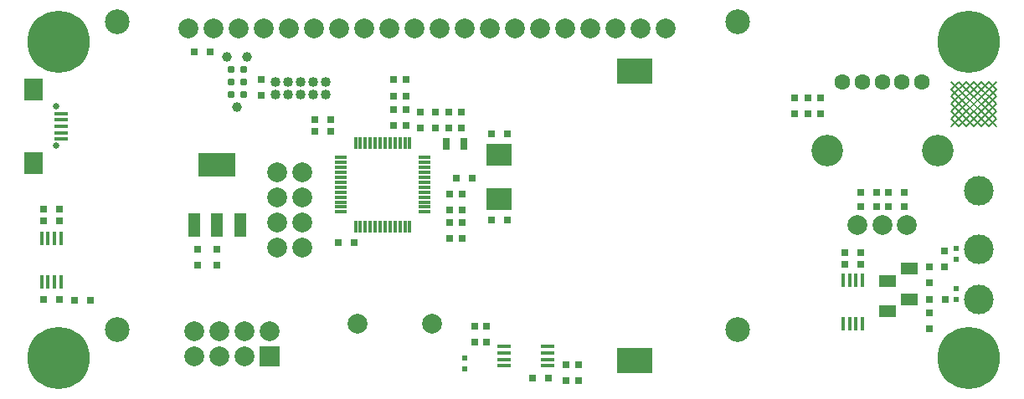
<source format=gbs>
G04 #@! TF.FileFunction,Soldermask,Bot*
%FSLAX46Y46*%
G04 Gerber Fmt 4.6, Leading zero omitted, Abs format (unit mm)*
G04 Created by KiCad (PCBNEW 0.201508100901+6080~28~ubuntu14.04.1-product) date Wed 07 Oct 2015 01:26:35 BST*
%MOMM*%
G01*
G04 APERTURE LIST*
%ADD10C,0.100000*%
%ADD11C,0.200000*%
%ADD12R,3.600000X2.600000*%
%ADD13R,0.800000X0.800000*%
%ADD14R,1.700000X1.200000*%
%ADD15R,1.400000X0.400000*%
%ADD16C,0.650000*%
%ADD17R,1.900000X2.300000*%
%ADD18R,0.500000X0.600000*%
%ADD19R,1.200000X0.300000*%
%ADD20R,0.300000X1.200000*%
%ADD21R,0.400000X1.400000*%
%ADD22C,1.016000*%
%ADD23C,2.000000*%
%ADD24C,1.600000*%
%ADD25C,3.200000*%
%ADD26R,2.500000X2.300000*%
%ADD27C,6.300000*%
%ADD28C,0.600000*%
%ADD29C,3.000000*%
%ADD30R,2.000000X2.000000*%
%ADD31C,2.500000*%
%ADD32R,1.300000X2.400000*%
%ADD33R,3.800000X2.400000*%
%ADD34R,0.800000X1.300000*%
%ADD35C,0.787000*%
%ADD36C,1.000000*%
G04 APERTURE END LIST*
D10*
D11*
X148000000Y-108000000D02*
X148750000Y-108750000D01*
X147250000Y-108000000D02*
X148750000Y-109500000D01*
X146500000Y-108000000D02*
X148750000Y-110250000D01*
X145750000Y-108000000D02*
X148750000Y-111000000D01*
X145000000Y-108000000D02*
X148750000Y-111750000D01*
X144250000Y-111750000D02*
X145000000Y-112500000D01*
X144250000Y-111000000D02*
X145750000Y-112500000D01*
X144250000Y-110250000D02*
X146500000Y-112500000D01*
X144250000Y-109500000D02*
X147250000Y-112500000D01*
X144250000Y-108750000D02*
X148000000Y-112500000D01*
X144250000Y-108000000D02*
X148750000Y-112500000D01*
X148750000Y-111750000D02*
X148000000Y-112500000D01*
X147250000Y-112500000D02*
X148750000Y-111000000D01*
X148750000Y-110250000D02*
X146500000Y-112500000D01*
X145750000Y-112500000D02*
X148750000Y-109500000D01*
X148750000Y-108750000D02*
X145000000Y-112500000D01*
X144250000Y-108750000D02*
X145000000Y-108000000D01*
X144250000Y-109500000D02*
X145750000Y-108000000D01*
X144250000Y-110250000D02*
X146500000Y-108000000D01*
X144250000Y-111000000D02*
X147250000Y-108000000D01*
X144250000Y-111750000D02*
X148000000Y-108000000D01*
X144250000Y-112500000D02*
X148750000Y-108000000D01*
D12*
X112200000Y-136250000D03*
X112200000Y-106950000D03*
D13*
X135050000Y-120650000D03*
X136650000Y-120650000D03*
X81500000Y-111800000D03*
X79900000Y-111800000D03*
X92100000Y-111100000D03*
X90500000Y-111100000D03*
X94750000Y-121000000D03*
X94750000Y-119400000D03*
X92100000Y-112700000D03*
X90500000Y-112700000D03*
X81500000Y-113000000D03*
X79900000Y-113000000D03*
X93500000Y-121000000D03*
X93500000Y-119400000D03*
X137850000Y-120650000D03*
X139450000Y-120650000D03*
X74450000Y-107800000D03*
X74450000Y-109400000D03*
X97750000Y-113250000D03*
X99350000Y-113250000D03*
X97750000Y-122000000D03*
X99350000Y-122000000D03*
X93400000Y-111100000D03*
X93400000Y-112700000D03*
X94700000Y-111100000D03*
X94700000Y-112700000D03*
X135100000Y-126500000D03*
X133500000Y-126500000D03*
X135100000Y-125300000D03*
X133500000Y-125300000D03*
D14*
X140000000Y-130000000D03*
X140000000Y-126900000D03*
D13*
X142000000Y-126750000D03*
X142000000Y-128350000D03*
X93500000Y-122250000D03*
X93500000Y-123850000D03*
X69250000Y-105000000D03*
X67650000Y-105000000D03*
D14*
X137750000Y-131250000D03*
X137750000Y-128150000D03*
D13*
X52425000Y-130075000D03*
X54025000Y-130075000D03*
X57200000Y-130100000D03*
X55600000Y-130100000D03*
X52425000Y-122075000D03*
X54025000Y-122075000D03*
X52425000Y-120875000D03*
X54025000Y-120875000D03*
D15*
X54200000Y-113800000D03*
X54200000Y-113150000D03*
X54200000Y-112500000D03*
X54200000Y-111850000D03*
X54200000Y-111200000D03*
D16*
X53700000Y-114500000D03*
X53700000Y-110500000D03*
D17*
X51450000Y-116250000D03*
X51450000Y-108750000D03*
D18*
X144750000Y-126000000D03*
X144750000Y-124900000D03*
X144750000Y-130000000D03*
X144750000Y-128900000D03*
D19*
X90975000Y-115675000D03*
X90975000Y-116175000D03*
X90975000Y-116675000D03*
X90975000Y-117175000D03*
X90975000Y-117675000D03*
X90975000Y-118175000D03*
X90975000Y-118675000D03*
X90975000Y-119175000D03*
X90975000Y-119675000D03*
X90975000Y-120175000D03*
X90975000Y-120675000D03*
X90975000Y-121175000D03*
D20*
X89475000Y-122675000D03*
X88975000Y-122675000D03*
X88475000Y-122675000D03*
X87975000Y-122675000D03*
X87475000Y-122675000D03*
X86975000Y-122675000D03*
X86475000Y-122675000D03*
X85975000Y-122675000D03*
X85475000Y-122675000D03*
X84975000Y-122675000D03*
X84475000Y-122675000D03*
X83975000Y-122675000D03*
D19*
X82475000Y-121175000D03*
X82475000Y-120675000D03*
X82475000Y-120175000D03*
X82475000Y-119675000D03*
X82475000Y-119175000D03*
X82475000Y-118675000D03*
X82475000Y-118175000D03*
X82475000Y-117675000D03*
X82475000Y-117175000D03*
X82475000Y-116675000D03*
X82475000Y-116175000D03*
X82475000Y-115675000D03*
D20*
X83975000Y-114175000D03*
X84475000Y-114175000D03*
X84975000Y-114175000D03*
X85475000Y-114175000D03*
X85975000Y-114175000D03*
X86475000Y-114175000D03*
X86975000Y-114175000D03*
X87475000Y-114175000D03*
X87975000Y-114175000D03*
X88475000Y-114175000D03*
X88975000Y-114175000D03*
X89475000Y-114175000D03*
D21*
X135250000Y-132500000D03*
X134600000Y-132500000D03*
X133950000Y-132500000D03*
X133300000Y-132500000D03*
X133300000Y-128100000D03*
X133950000Y-128100000D03*
X134600000Y-128100000D03*
X135250000Y-128100000D03*
X52225000Y-123875000D03*
X52875000Y-123875000D03*
X53525000Y-123875000D03*
X54175000Y-123875000D03*
X54175000Y-128275000D03*
X53525000Y-128275000D03*
X52875000Y-128275000D03*
X52225000Y-128275000D03*
D22*
X81000000Y-109270000D03*
X81000000Y-108000000D03*
X79730000Y-109270000D03*
X79730000Y-108000000D03*
X78460000Y-109270000D03*
X78460000Y-108000000D03*
X77190000Y-109270000D03*
X77190000Y-108000000D03*
X75920000Y-109270000D03*
X75920000Y-108000000D03*
D13*
X136650000Y-119200000D03*
X135050000Y-119200000D03*
X137850000Y-119200000D03*
X139450000Y-119200000D03*
X95750000Y-117750000D03*
X94150000Y-117750000D03*
X143500000Y-126750000D03*
X143500000Y-125150000D03*
X94750000Y-122250000D03*
X94750000Y-123850000D03*
X142000000Y-130000000D03*
X143600000Y-130000000D03*
X142000000Y-133000000D03*
X142000000Y-131400000D03*
D23*
X91750000Y-132500000D03*
X84150000Y-132500000D03*
D24*
X137250000Y-108000000D03*
X139250000Y-108000000D03*
X141250000Y-108000000D03*
X133250000Y-108000000D03*
X135250000Y-108000000D03*
D23*
X137250000Y-122500000D03*
X139750000Y-122500000D03*
X134750000Y-122500000D03*
D25*
X131650000Y-115000000D03*
X142850000Y-115000000D03*
D26*
X98475000Y-119875000D03*
X98475000Y-115375000D03*
D27*
X54000000Y-104000000D03*
D28*
X54000000Y-101500000D03*
X56500000Y-104000000D03*
X54000000Y-106500000D03*
X51500000Y-104000000D03*
X52200000Y-102200000D03*
X55800000Y-102200000D03*
X52200000Y-105800000D03*
X55800000Y-105800000D03*
D27*
X146000000Y-136000000D03*
D28*
X146000000Y-133500000D03*
X148500000Y-136000000D03*
X146000000Y-138500000D03*
X143500000Y-136000000D03*
X144200000Y-134200000D03*
X147800000Y-134200000D03*
X144200000Y-137800000D03*
X147800000Y-137800000D03*
D27*
X54000000Y-136000000D03*
D28*
X54000000Y-133500000D03*
X56500000Y-136000000D03*
X54000000Y-138500000D03*
X51500000Y-136000000D03*
X52200000Y-134200000D03*
X55800000Y-134200000D03*
X52200000Y-137800000D03*
X55800000Y-137800000D03*
D27*
X146000000Y-104000000D03*
D28*
X146000000Y-101500000D03*
X148500000Y-104000000D03*
X146000000Y-106500000D03*
X143500000Y-104000000D03*
X144200000Y-102200000D03*
X147800000Y-102200000D03*
X144200000Y-105800000D03*
X147800000Y-105800000D03*
D29*
X147000000Y-130000000D03*
X147000000Y-124920000D03*
D13*
X82250000Y-124250000D03*
X83850000Y-124250000D03*
D23*
X67690000Y-135770000D03*
X67690000Y-133230000D03*
X70230000Y-135770000D03*
X70230000Y-133230000D03*
X72770000Y-135770000D03*
X72770000Y-133230000D03*
D30*
X75310000Y-135770000D03*
D23*
X75310000Y-133230000D03*
D13*
X96000000Y-132750000D03*
X96000000Y-134350000D03*
X97250000Y-132750000D03*
X97250000Y-134350000D03*
X105250000Y-138250000D03*
X105250000Y-136650000D03*
X106500000Y-138250000D03*
X106500000Y-136650000D03*
D15*
X99000000Y-136750000D03*
X99000000Y-136100000D03*
X99000000Y-135450000D03*
X99000000Y-134800000D03*
X103400000Y-134800000D03*
X103400000Y-135450000D03*
X103400000Y-136100000D03*
X103400000Y-136750000D03*
D13*
X103500000Y-138000000D03*
X101900000Y-138000000D03*
D23*
X76020000Y-124795000D03*
X76020000Y-122255000D03*
X76020000Y-119715000D03*
X76020000Y-117175000D03*
X78560000Y-117175000D03*
X78560000Y-119715000D03*
X78560000Y-122255000D03*
X78560000Y-124795000D03*
X67090000Y-102600000D03*
X69630000Y-102600000D03*
X72170000Y-102600000D03*
X74710000Y-102600000D03*
X77250000Y-102600000D03*
X79790000Y-102600000D03*
X82330000Y-102600000D03*
X84870000Y-102600000D03*
X87410000Y-102600000D03*
X89950000Y-102600000D03*
X92490000Y-102600000D03*
X95030000Y-102600000D03*
X97570000Y-102600000D03*
X100110000Y-102600000D03*
X102650000Y-102600000D03*
X105190000Y-102600000D03*
X107730000Y-102600000D03*
X110270000Y-102600000D03*
X112810000Y-102600000D03*
X115350000Y-102600000D03*
D31*
X59900000Y-133100000D03*
X59900000Y-101900000D03*
X122600000Y-101900000D03*
X122600000Y-133100000D03*
D13*
X131000000Y-109600000D03*
X131000000Y-111200000D03*
D29*
X147000000Y-119000000D03*
D13*
X68000000Y-125000000D03*
X68000000Y-126600000D03*
X70000000Y-125000000D03*
X70000000Y-126600000D03*
D32*
X70000000Y-122500000D03*
X72300000Y-122500000D03*
X67700000Y-122500000D03*
D33*
X70000000Y-116400000D03*
D34*
X93150000Y-114300000D03*
X94950000Y-114300000D03*
D13*
X87800000Y-110800000D03*
X87800000Y-112400000D03*
X89100000Y-110800000D03*
X89100000Y-112400000D03*
X89100000Y-107800000D03*
X89100000Y-109450000D03*
X87800000Y-107800000D03*
X87800000Y-109450000D03*
X129700000Y-109600000D03*
X129700000Y-111200000D03*
X128400000Y-109600000D03*
X128400000Y-111200000D03*
D35*
X71400000Y-109300000D03*
X72670000Y-109300000D03*
X71400000Y-108030000D03*
X72670000Y-108030000D03*
X71400000Y-106760000D03*
X72670000Y-106760000D03*
D36*
X72035000Y-110570000D03*
X71019000Y-105490000D03*
X73051000Y-105490000D03*
D18*
X95000000Y-136000000D03*
X95000000Y-137100000D03*
M02*

</source>
